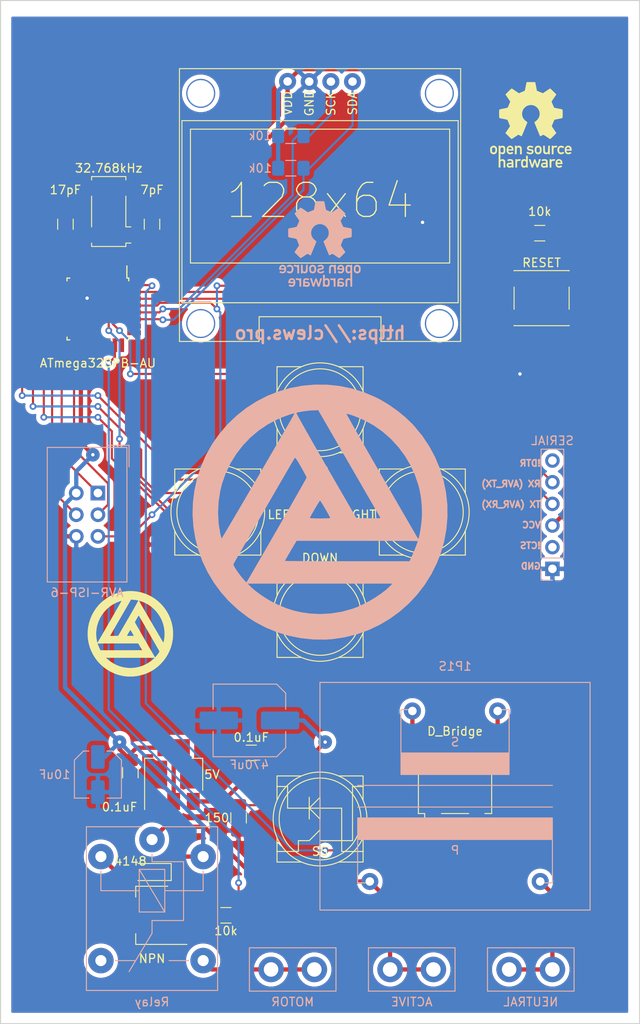
<source format=kicad_pcb>
(kicad_pcb (version 20171130) (host pcbnew 5.1.5+dfsg1-2build2)
  (layers (0 F.Cu signal) (31 B.Cu signal) (34 B.Paste user) (35 F.Paste user) (36 B.SilkS user) (37 F.SilkS user) (38 B.Mask user) (39 F.Mask user) (44 Edge.Cuts user))
  (net 0 "")
  (net 1 "Net-(B1-Pad4)")
  (net 2 "Net-(B1-Pad3)")
  (net 3 GND)
  (net 4 "Net-(B1-Pad1)")
  (net 5 +5V)
  (net 6 "Net-(C5-Pad2)")
  (net 7 "Net-(C6-Pad2)")
  (net 8 "Net-(D1-Pad2)")
  (net 9 !RST)
  (net 10 MOSI)
  (net 11 SCK)
  (net 12 MISO)
  (net 13 "Net-(J2-Pad6)")
  (net 14 AVR_TX)
  (net 15 AVR_RX)
  (net 16 "Net-(J2-Pad2)")
  (net 17 "Net-(K1-Pad11)")
  (net 18 "Net-(K1-Pad12)")
  (net 19 "Net-(K1-Pad14)")
  (net 20 SDA)
  (net 21 SCL)
  (net 22 "Net-(P3-Pad1)")
  (net 23 "Net-(Q1-Pad1)")
  (net 24 "Net-(R4-Pad2)")
  (net 25 RELAY)
  (net 26 "Net-(S1-Pad1)")
  (net 27 "Net-(S2-Pad1)")
  (net 28 "Net-(S3-Pad1)")
  (net 29 "Net-(S4-Pad1)")
  (net 30 "Net-(S5-Pad1)")
  (net 31 "Net-(U1-Pad26)")
  (net 32 "Net-(U1-Pad25)")
  (net 33 "Net-(U1-Pad24)")
  (net 34 "Net-(U1-Pad22)")
  (net 35 "Net-(U1-Pad20)")
  (net 36 "Net-(U1-Pad19)")
  (net 37 "Net-(U1-Pad14)")
  (net 38 "Net-(U1-Pad13)")
  (net 39 "Net-(U1-Pad12)")
  (net 40 "Net-(U1-Pad6)")
  (net 41 "Net-(U1-Pad3)")
  (net 42 "Net-(S5-Pad3)")
  (module grinder_timer:oshw_logo_10mm (layer B.Cu) (at 37.5 -91.44 180)
    (fp_text reference G*** hide)
    (fp_text value LOGO hide)
  )
  (module grinder_timer:oshw_logo_10mm (layer F.Cu) (at 62.23 -105.41)
    (fp_text reference G*** hide)
    (fp_text value LOGO hide)
  )
  (module grinder_timer:clews_logo_10mm (layer F.Cu) (at 15.24 -45.72)
    (fp_text reference G*** hide)
    (fp_text value LOGO hide)
  )
  (module grinder_timer:clews_logo_30mm (layer B.Cu) (at 37.5 -60 180)
    (fp_text reference G*** hide)
    (fp_text value LOGO hide)
  )
  (module Package_QFP:TQFP-32_7x7mm_P0.8mm (layer F.Cu) (at 11.43 -83.82 270)
    (fp_text reference U1 hide)
    (fp_text value ATmega328PB-AU (at 6.35 0 180) (layer F.SilkS))
    (pad 32 smd rect (at -2.8 -4.25) (size 1.6 0.55) (layers F.Cu F.Paste F.Mask) (net 42 "Net-(S5-Pad3)"))
    (pad 31 smd rect (at -2 -4.25) (size 1.6 0.55) (layers F.Cu F.Paste F.Mask) (net 14 AVR_TX))
    (pad 30 smd rect (at -1.2 -4.25) (size 1.6 0.55) (layers F.Cu F.Paste F.Mask) (net 15 AVR_RX))
    (pad 29 smd rect (at -0.4 -4.25) (size 1.6 0.55) (layers F.Cu F.Paste F.Mask) (net 9 !RST))
    (pad 28 smd rect (at 0.4 -4.25) (size 1.6 0.55) (layers F.Cu F.Paste F.Mask) (net 21 SCL))
    (pad 27 smd rect (at 1.2 -4.25) (size 1.6 0.55) (layers F.Cu F.Paste F.Mask) (net 20 SDA))
    (pad 26 smd rect (at 2 -4.25) (size 1.6 0.55) (layers F.Cu F.Paste F.Mask) (net 31 "Net-(U1-Pad26)"))
    (pad 25 smd rect (at 2.8 -4.25) (size 1.6 0.55) (layers F.Cu F.Paste F.Mask) (net 32 "Net-(U1-Pad25)"))
    (pad 24 smd rect (at 4.25 -2.8 270) (size 1.6 0.55) (layers F.Cu F.Paste F.Mask) (net 33 "Net-(U1-Pad24)"))
    (pad 23 smd rect (at 4.25 -2 270) (size 1.6 0.55) (layers F.Cu F.Paste F.Mask) (net 25 RELAY))
    (pad 22 smd rect (at 4.25 -1.2 270) (size 1.6 0.55) (layers F.Cu F.Paste F.Mask) (net 34 "Net-(U1-Pad22)"))
    (pad 21 smd rect (at 4.25 -0.4 270) (size 1.6 0.55) (layers F.Cu F.Paste F.Mask) (net 3 GND))
    (pad 20 smd rect (at 4.25 0.4 270) (size 1.6 0.55) (layers F.Cu F.Paste F.Mask) (net 35 "Net-(U1-Pad20)"))
    (pad 19 smd rect (at 4.25 1.2 270) (size 1.6 0.55) (layers F.Cu F.Paste F.Mask) (net 36 "Net-(U1-Pad19)"))
    (pad 18 smd rect (at 4.25 2 270) (size 1.6 0.55) (layers F.Cu F.Paste F.Mask) (net 5 +5V))
    (pad 17 smd rect (at 4.25 2.8 270) (size 1.6 0.55) (layers F.Cu F.Paste F.Mask) (net 11 SCK))
    (pad 16 smd rect (at 2.8 4.25) (size 1.6 0.55) (layers F.Cu F.Paste F.Mask) (net 12 MISO))
    (pad 15 smd rect (at 2 4.25) (size 1.6 0.55) (layers F.Cu F.Paste F.Mask) (net 10 MOSI))
    (pad 14 smd rect (at 1.2 4.25) (size 1.6 0.55) (layers F.Cu F.Paste F.Mask) (net 37 "Net-(U1-Pad14)"))
    (pad 13 smd rect (at 0.4 4.25) (size 1.6 0.55) (layers F.Cu F.Paste F.Mask) (net 38 "Net-(U1-Pad13)"))
    (pad 12 smd rect (at -0.4 4.25) (size 1.6 0.55) (layers F.Cu F.Paste F.Mask) (net 39 "Net-(U1-Pad12)"))
    (pad 11 smd rect (at -1.2 4.25) (size 1.6 0.55) (layers F.Cu F.Paste F.Mask) (net 30 "Net-(S5-Pad1)"))
    (pad 10 smd rect (at -2 4.25) (size 1.6 0.55) (layers F.Cu F.Paste F.Mask) (net 29 "Net-(S4-Pad1)"))
    (pad 9 smd rect (at -2.8 4.25) (size 1.6 0.55) (layers F.Cu F.Paste F.Mask) (net 28 "Net-(S3-Pad1)"))
    (pad 8 smd rect (at -4.25 2.8 270) (size 1.6 0.55) (layers F.Cu F.Paste F.Mask) (net 7 "Net-(C6-Pad2)"))
    (pad 7 smd rect (at -4.25 2 270) (size 1.6 0.55) (layers F.Cu F.Paste F.Mask) (net 6 "Net-(C5-Pad2)"))
    (pad 6 smd rect (at -4.25 1.2 270) (size 1.6 0.55) (layers F.Cu F.Paste F.Mask) (net 40 "Net-(U1-Pad6)"))
    (pad 5 smd rect (at -4.25 0.4 270) (size 1.6 0.55) (layers F.Cu F.Paste F.Mask) (net 3 GND))
    (pad 4 smd rect (at -4.25 -0.4 270) (size 1.6 0.55) (layers F.Cu F.Paste F.Mask) (net 5 +5V))
    (pad 3 smd rect (at -4.25 -1.2 270) (size 1.6 0.55) (layers F.Cu F.Paste F.Mask) (net 41 "Net-(U1-Pad3)"))
    (pad 2 smd rect (at -4.25 -2 270) (size 1.6 0.55) (layers F.Cu F.Paste F.Mask) (net 27 "Net-(S2-Pad1)"))
    (pad 1 smd rect (at -4.25 -2.8 270) (size 1.6 0.55) (layers F.Cu F.Paste F.Mask) (net 26 "Net-(S1-Pad1)"))
  )
  (module Connector_PinHeader_2.54mm:PinHeader_1x06_P2.54mm_Vertical (layer B.Cu) (at 64.77 -53.34)
    (fp_text reference J2 hide)
    (fp_text value SERIAL (at 0 -15.03) (layer B.SilkS) (effects (justify mirror)))
    (pad 6 thru_hole oval (at 0 -12.7) (size 1.7 1.7) (drill 1) (layers *.Cu *.Mask) (net 13 "Net-(J2-Pad6)"))
    (pad 5 thru_hole oval (at 0 -10.16) (size 1.7 1.7) (drill 1) (layers *.Cu *.Mask) (net 14 AVR_TX))
    (pad 4 thru_hole oval (at 0 -7.62) (size 1.7 1.7) (drill 1) (layers *.Cu *.Mask) (net 15 AVR_RX))
    (pad 3 thru_hole oval (at 0 -5.08) (size 1.7 1.7) (drill 1) (layers *.Cu *.Mask) (net 5 +5V))
    (pad 2 thru_hole oval (at 0 -2.54) (size 1.7 1.7) (drill 1) (layers *.Cu *.Mask) (net 16 "Net-(J2-Pad2)"))
    (pad 1 thru_hole rect (at 0 0) (size 1.7 1.7) (drill 1) (layers *.Cu *.Mask) (net 3 GND))
  )
  (module grinder_timer:transformer_big (layer B.Cu) (at 53.34 -26.67)
    (fp_text reference T1 hide)
    (fp_text value 1P1S (at 0 -15.24) (layer B.SilkS) (effects (justify mirror)))
    (fp_text user S (at 0 -6.35) (layer B.SilkS) (effects (justify mirror)))
    (fp_text user P (at 0 6.35) (layer B.SilkS) (effects (justify mirror)))
    (pad 4 thru_hole circle (at 5 -10) (size 2 2) (drill 1) (layers *.Cu *.Mask) (net 2 "Net-(B1-Pad3)"))
    (pad 3 thru_hole circle (at -5 -10) (size 2 2) (drill 1) (layers *.Cu *.Mask) (net 1 "Net-(B1-Pad4)"))
    (pad 2 thru_hole circle (at 10 10) (size 2 2) (drill 1) (layers *.Cu *.Mask) (net 22 "Net-(P3-Pad1)"))
    (pad 1 thru_hole circle (at -10 10) (size 2 2) (drill 1) (layers *.Cu *.Mask) (net 17 "Net-(K1-Pad11)"))
  )
  (module Relay_THT:Relay_SPDT_Finder_36.11 (layer B.Cu) (at 17.78 -21.59 270)
    (fp_text reference K1 hide)
    (fp_text value Relay (at 19.05 0) (layer B.SilkS) (effects (justify mirror)))
    (pad 11 thru_hole circle (at 0 0 270) (size 3 3) (drill 1.3) (layers *.Cu *.Mask) (net 17 "Net-(K1-Pad11)"))
    (pad A2 thru_hole circle (at 2 6 270) (size 3 3) (drill 1.3) (layers *.Cu *.Mask) (net 8 "Net-(D1-Pad2)"))
    (pad 12 thru_hole circle (at 14.2 6 270) (size 3 3) (drill 1.3) (layers *.Cu *.Mask) (net 18 "Net-(K1-Pad12)"))
    (pad 14 thru_hole circle (at 14.2 -6 270) (size 3 3) (drill 1.3) (layers *.Cu *.Mask) (net 19 "Net-(K1-Pad14)"))
    (pad A1 thru_hole circle (at 2 -6 270) (size 3 3) (drill 1.3) (layers *.Cu *.Mask) (net 5 +5V))
  )
  (module Diode_SMD:Diode_Bridge_Vishay_DFS (layer F.Cu) (at 53.34 -27.94 90)
    (fp_text reference B1 hide)
    (fp_text value D_Bridge (at 6.35 0 180) (layer F.SilkS))
    (pad 4 smd rect (at 4.37 -2.55 90) (size 2 1.5) (layers F.Cu F.Paste F.Mask) (net 1 "Net-(B1-Pad4)"))
    (pad 3 smd rect (at 4.37 2.55 90) (size 2 1.5) (layers F.Cu F.Paste F.Mask) (net 2 "Net-(B1-Pad3)"))
    (pad 2 smd rect (at -4.37 2.55 90) (size 2 1.5) (layers F.Cu F.Paste F.Mask) (net 3 GND))
    (pad 1 smd rect (at -4.37 -2.55 90) (size 2 1.5) (layers F.Cu F.Paste F.Mask) (net 4 "Net-(B1-Pad1)"))
  )
  (module Crystal:Crystal_SMD_Abracon_ABS25-4Pin_8.0x3.8mm (layer F.Cu) (at 12.7 -95.25 180)
    (fp_text reference Y1 hide)
    (fp_text value 32.768kHz (at 0 5.08) (layer F.SilkS))
    (pad 4 smd rect (at 1.6 -2.75 90) (size 1.3 1.9) (layers F.Cu F.Paste F.Mask) (net 7 "Net-(C6-Pad2)"))
    (pad 3 smd rect (at 1.6 2.75 90) (size 1.3 1.9) (layers F.Cu F.Paste F.Mask) (net 3 GND))
    (pad 2 smd rect (at -1.6 2.75 90) (size 1.3 1.9) (layers F.Cu F.Paste F.Mask) (net 3 GND))
    (pad 1 smd rect (at -1.6 -2.75 90) (size 1.3 1.9) (layers F.Cu F.Paste F.Mask) (net 6 "Net-(C5-Pad2)"))
  )
  (module Package_TO_SOT_SMD:SOT-223-3_TabPin2 (layer F.Cu) (at 20.32 -29.21 90)
    (fp_text reference U2 hide)
    (fp_text value 5V (at 0 4.5 180) (layer F.SilkS))
    (pad 1 smd rect (at -3.15 -2.3 90) (size 2 1.5) (layers F.Cu F.Paste F.Mask) (net 3 GND))
    (pad 3 smd rect (at -3.15 2.3 90) (size 2 1.5) (layers F.Cu F.Paste F.Mask) (net 4 "Net-(B1-Pad1)"))
    (pad 2 smd rect (at -3.15 0 90) (size 2 1.5) (layers F.Cu F.Paste F.Mask) (net 5 +5V))
    (pad 2 smd rect (at 3.15 0 90) (size 2 3.8) (layers F.Cu F.Paste F.Mask) (net 5 +5V))
  )
  (module grinder_timer:tact (layer F.Cu) (at 49.5 -60)
    (fp_text reference S4 hide)
    (fp_text value RIGHT (at -7.59 0.31) (layer F.SilkS))
    (pad 1 smd rect (at 6.25 -3.81) (size 2.5 1.2) (layers F.Cu F.Paste F.Mask) (net 29 "Net-(S4-Pad1)"))
    (pad 1 smd rect (at -6.25 -3.81) (size 2.5 1.2) (layers F.Cu F.Paste F.Mask) (net 29 "Net-(S4-Pad1)"))
    (pad 2 smd rect (at 6.25 3.81) (size 2.5 1.2) (layers F.Cu F.Paste F.Mask) (net 3 GND))
    (pad 2 smd rect (at -6.25 3.81) (size 2.5 1.2) (layers F.Cu F.Paste F.Mask) (net 3 GND))
  )
  (module grinder_timer:tact (layer F.Cu) (at 25.5 -60)
    (fp_text reference S3 hide)
    (fp_text value LEFT (at 7.52 0.31) (layer F.SilkS))
    (pad 2 smd rect (at -6.25 3.81) (size 2.5 1.2) (layers F.Cu F.Paste F.Mask) (net 3 GND))
    (pad 2 smd rect (at 6.25 3.81) (size 2.5 1.2) (layers F.Cu F.Paste F.Mask) (net 3 GND))
    (pad 1 smd rect (at -6.25 -3.81) (size 2.5 1.2) (layers F.Cu F.Paste F.Mask) (net 28 "Net-(S3-Pad1)"))
    (pad 1 smd rect (at 6.25 -3.81) (size 2.5 1.2) (layers F.Cu F.Paste F.Mask) (net 28 "Net-(S3-Pad1)"))
  )
  (module grinder_timer:tact (layer F.Cu) (at 37.5 -48)
    (fp_text reference S2 hide)
    (fp_text value DOWN (at 0 -6.61) (layer F.SilkS))
    (pad 1 smd rect (at 6.25 -3.81) (size 2.5 1.2) (layers F.Cu F.Paste F.Mask) (net 27 "Net-(S2-Pad1)"))
    (pad 1 smd rect (at -6.25 -3.81) (size 2.5 1.2) (layers F.Cu F.Paste F.Mask) (net 27 "Net-(S2-Pad1)"))
    (pad 2 smd rect (at 6.25 3.81) (size 2.5 1.2) (layers F.Cu F.Paste F.Mask) (net 3 GND))
    (pad 2 smd rect (at -6.25 3.81) (size 2.5 1.2) (layers F.Cu F.Paste F.Mask) (net 3 GND))
  )
  (module grinder_timer:tact (layer F.Cu) (at 37.5 -72)
    (fp_text reference S1 hide)
    (fp_text value UP (at 0 7.23) (layer F.SilkS))
    (pad 1 smd rect (at 6.25 -3.81) (size 2.5 1.2) (layers F.Cu F.Paste F.Mask) (net 26 "Net-(S1-Pad1)"))
    (pad 1 smd rect (at -6.25 -3.81) (size 2.5 1.2) (layers F.Cu F.Paste F.Mask) (net 26 "Net-(S1-Pad1)"))
    (pad 2 smd rect (at 6.25 3.81) (size 2.5 1.2) (layers F.Cu F.Paste F.Mask) (net 3 GND))
    (pad 2 smd rect (at -6.25 3.81) (size 2.5 1.2) (layers F.Cu F.Paste F.Mask) (net 3 GND))
  )
  (module Button_Switch_SMD:SW_Push_1P1T_NO_6x6mm_H9.5mm (layer F.Cu) (at 63.5 -85.09 180)
    (fp_text reference S0 hide)
    (fp_text value RESET (at 0 4.15) (layer F.SilkS))
    (pad 2 smd rect (at 3.975 2.25 180) (size 1.55 1.3) (layers F.Cu F.Paste F.Mask) (net 9 !RST))
    (pad 1 smd rect (at 3.975 -2.25 180) (size 1.55 1.3) (layers F.Cu F.Paste F.Mask) (net 3 GND))
    (pad 1 smd rect (at -3.975 -2.25 180) (size 1.55 1.3) (layers F.Cu F.Paste F.Mask) (net 3 GND))
    (pad 2 smd rect (at -3.975 2.25 180) (size 1.55 1.3) (layers F.Cu F.Paste F.Mask) (net 9 !RST))
  )
  (module Resistor_SMD:R_1206_3216Metric_Pad1.42x1.75mm_HandSolder (layer F.Cu) (at 26.4525 -12.7)
    (fp_text reference R5 hide)
    (fp_text value 10k (at 0 1.82) (layer F.SilkS))
    (pad 2 smd roundrect (at 1.4875 0) (size 1.425 1.75) (layers F.Cu F.Paste F.Mask) (roundrect_rratio 0.175439) (net 25 RELAY))
    (pad 1 smd roundrect (at -1.4875 0) (size 1.425 1.75) (layers F.Cu F.Paste F.Mask) (roundrect_rratio 0.175439) (net 23 "Net-(Q1-Pad1)"))
  )
  (module Resistor_SMD:R_1206_3216Metric_Pad1.42x1.75mm_HandSolder (layer F.Cu) (at 27.94 -24.13 90)
    (fp_text reference R4 hide)
    (fp_text value 150 (at 0 -2.54 180) (layer F.SilkS))
    (pad 1 smd roundrect (at -1.4875 0 90) (size 1.425 1.75) (layers F.Cu F.Paste F.Mask) (roundrect_rratio 0.175439) (net 3 GND))
    (pad 2 smd roundrect (at 1.4875 0 90) (size 1.425 1.75) (layers F.Cu F.Paste F.Mask) (roundrect_rratio 0.175439) (net 24 "Net-(R4-Pad2)"))
  )
  (module Resistor_SMD:R_1206_3216Metric_Pad1.42x1.75mm_HandSolder (layer F.Cu) (at 63.2825 -92.71)
    (fp_text reference R3 hide)
    (fp_text value 10k (at 0 -2.54) (layer F.SilkS))
    (pad 2 smd roundrect (at 1.4875 0) (size 1.425 1.75) (layers F.Cu F.Paste F.Mask) (roundrect_rratio 0.175439) (net 9 !RST))
    (pad 1 smd roundrect (at -1.4875 0) (size 1.425 1.75) (layers F.Cu F.Paste F.Mask) (roundrect_rratio 0.175439) (net 5 +5V))
  )
  (module Resistor_SMD:R_1206_3216Metric_Pad1.42x1.75mm_HandSolder (layer B.Cu) (at 34.0725 -104.14)
    (fp_text reference R2 hide)
    (fp_text value 10k (at -3.5925 0) (layer B.SilkS) (effects (justify mirror)))
    (pad 2 smd roundrect (at 1.4875 0) (size 1.425 1.75) (layers B.Cu B.Paste B.Mask) (roundrect_rratio 0.175439) (net 21 SCL))
    (pad 1 smd roundrect (at -1.4875 0) (size 1.425 1.75) (layers B.Cu B.Paste B.Mask) (roundrect_rratio 0.175439) (net 5 +5V))
  )
  (module Resistor_SMD:R_1206_3216Metric_Pad1.42x1.75mm_HandSolder (layer B.Cu) (at 34.0725 -100.33)
    (fp_text reference R1 hide)
    (fp_text value 10k (at -3.5925 0) (layer B.SilkS) (effects (justify mirror)))
    (pad 2 smd roundrect (at 1.4875 0) (size 1.425 1.75) (layers B.Cu B.Paste B.Mask) (roundrect_rratio 0.175439) (net 20 SDA))
    (pad 1 smd roundrect (at -1.4875 0) (size 1.425 1.75) (layers B.Cu B.Paste B.Mask) (roundrect_rratio 0.175439) (net 5 +5V))
  )
  (module Package_TO_SOT_SMD:SOT-223-3_TabPin2 (layer F.Cu) (at 17.78 -12.7 180)
    (fp_text reference Q1 hide)
    (fp_text value NPN (at 0 -5.08) (layer F.SilkS))
    (pad 1 smd rect (at -3.15 -2.3 180) (size 2 1.5) (layers F.Cu F.Paste F.Mask) (net 23 "Net-(Q1-Pad1)"))
    (pad 3 smd rect (at -3.15 2.3 180) (size 2 1.5) (layers F.Cu F.Paste F.Mask) (net 3 GND))
    (pad 2 smd rect (at -3.15 0 180) (size 2 1.5) (layers F.Cu F.Paste F.Mask) (net 8 "Net-(D1-Pad2)"))
    (pad 2 smd rect (at 3.15 0 180) (size 2 3.8) (layers F.Cu F.Paste F.Mask) (net 8 "Net-(D1-Pad2)"))
  )
  (module grinder_timer:pcb_tab (layer B.Cu) (at 62.23 -6.35)
    (fp_text reference P3 hide)
    (fp_text value NEUTRAL (at 0 3.81) (layer B.SilkS) (effects (justify mirror)))
    (pad 1 thru_hole circle (at 2.54 0) (size 3 3) (drill 1.7) (layers *.Cu *.Mask) (net 22 "Net-(P3-Pad1)"))
    (pad 1 thru_hole circle (at -2.54 0) (size 3 3) (drill 1.7) (layers *.Cu *.Mask) (net 22 "Net-(P3-Pad1)"))
  )
  (module grinder_timer:pcb_tab (layer B.Cu) (at 48.26 -6.35)
    (fp_text reference P2 hide)
    (fp_text value ACTIVE (at 0 3.81) (layer B.SilkS) (effects (justify mirror)))
    (pad 1 thru_hole circle (at 2.54 0) (size 3 3) (drill 1.7) (layers *.Cu *.Mask) (net 17 "Net-(K1-Pad11)"))
    (pad 1 thru_hole circle (at -2.54 0) (size 3 3) (drill 1.7) (layers *.Cu *.Mask) (net 17 "Net-(K1-Pad11)"))
  )
  (module grinder_timer:pcb_tab (layer B.Cu) (at 34.29 -6.35)
    (fp_text reference P1 hide)
    (fp_text value MOTOR (at 0 3.81) (layer B.SilkS) (effects (justify mirror)))
    (pad 1 thru_hole circle (at -2.54 0) (size 3 3) (drill 1.7) (layers *.Cu *.Mask) (net 19 "Net-(K1-Pad14)"))
    (pad 1 thru_hole circle (at 2.54 0) (size 3 3) (drill 1.7) (layers *.Cu *.Mask) (net 19 "Net-(K1-Pad14)"))
  )
  (module grinder_timer:oled (layer F.Cu) (at 21 -80.01)
    (fp_text reference O1 hide)
    (fp_text value OLED)
    (fp_text user 128x64 (at 16.51 -16.51) (layer F.SilkS) (effects (font (size 4 4))))
    (fp_text user SDA (at 20.32 -27.94 90) (layer F.SilkS))
    (fp_text user SCK (at 17.78 -27.94 90) (layer F.SilkS))
    (fp_text user GND (at 15.24 -27.94 90) (layer F.SilkS))
    (fp_text user VDD (at 12.7 -27.94 90) (layer F.SilkS))
    (pad 4 thru_hole circle (at 20.31 -30.48) (size 2 2) (drill 1) (layers *.Cu *.Mask) (net 20 SDA))
    (pad 3 thru_hole circle (at 17.77 -30.48) (size 2 2) (drill 1) (layers *.Cu *.Mask) (net 21 SCL))
    (pad 2 thru_hole circle (at 15.23 -30.48) (size 2 2) (drill 1) (layers *.Cu *.Mask) (net 3 GND))
    (pad 1 thru_hole circle (at 12.69 -30.5) (size 2 2) (drill 1) (layers *.Cu *.Mask) (net 5 +5V))
    (pad "" thru_hole circle (at 2.5 -29.1) (size 3.4 3.4) (drill 3.1) (layers *.Cu *.Mask))
    (pad "" thru_hole circle (at 30.5 -29.1) (size 3.4 3.4) (drill 3.1) (layers *.Cu *.Mask))
    (pad "" thru_hole circle (at 30.5 -2.1) (size 3.4 3.4) (drill 3.1) (layers *.Cu *.Mask))
    (pad "" thru_hole circle (at 2.5 -2.1) (size 3.4 3.4) (drill 3.1) (layers *.Cu *.Mask))
  )
  (module Connector_IDC:IDC-Header_2x03_P2.54mm_Vertical (layer B.Cu) (at 11.43 -62.23 180)
    (fp_text reference J1 hide)
    (fp_text value AVR-ISP-6 (at 1.27 -11.684) (layer B.SilkS) (effects (justify mirror)))
    (pad 6 thru_hole oval (at 2.54 -5.08 180) (size 1.7272 1.7272) (drill 1.016) (layers *.Cu *.Mask) (net 3 GND))
    (pad 5 thru_hole oval (at 0 -5.08 180) (size 1.7272 1.7272) (drill 1.016) (layers *.Cu *.Mask) (net 9 !RST))
    (pad 4 thru_hole oval (at 2.54 -2.54 180) (size 1.7272 1.7272) (drill 1.016) (layers *.Cu *.Mask) (net 10 MOSI))
    (pad 3 thru_hole oval (at 0 -2.54 180) (size 1.7272 1.7272) (drill 1.016) (layers *.Cu *.Mask) (net 11 SCK))
    (pad 2 thru_hole oval (at 2.54 0 180) (size 1.7272 1.7272) (drill 1.016) (layers *.Cu *.Mask) (net 5 +5V))
    (pad 1 thru_hole rect (at 0 0 180) (size 1.7272 1.7272) (drill 1.016) (layers *.Cu *.Mask) (net 12 MISO))
  )
  (module Diode_SMD:D_SOD-123 (layer F.Cu) (at 17.78 -17.78 180)
    (fp_text reference D1 hide)
    (fp_text value 4148 (at 2.54 1.27) (layer F.SilkS))
    (pad 2 smd rect (at 1.65 0 180) (size 0.9 1.2) (layers F.Cu F.Paste F.Mask) (net 8 "Net-(D1-Pad2)"))
    (pad 1 smd rect (at -1.65 0 180) (size 0.9 1.2) (layers F.Cu F.Paste F.Mask) (net 5 +5V))
  )
  (module Capacitor_SMD:C_1206_3216Metric_Pad1.42x1.75mm_HandSolder (layer F.Cu) (at 7.62 -93.7625 270)
    (fp_text reference C6 hide)
    (fp_text value 17pF (at -4.0275 0 180) (layer F.SilkS))
    (pad 2 smd roundrect (at 1.4875 0 270) (size 1.425 1.75) (layers F.Cu F.Paste F.Mask) (roundrect_rratio 0.175439) (net 7 "Net-(C6-Pad2)"))
    (pad 1 smd roundrect (at -1.4875 0 270) (size 1.425 1.75) (layers F.Cu F.Paste F.Mask) (roundrect_rratio 0.175439) (net 3 GND))
  )
  (module Capacitor_SMD:C_1206_3216Metric_Pad1.42x1.75mm_HandSolder (layer F.Cu) (at 17.78 -93.7625 270)
    (fp_text reference C5 hide)
    (fp_text value 7pF (at -4.0275 0 180) (layer F.SilkS))
    (pad 2 smd roundrect (at 1.4875 0 270) (size 1.425 1.75) (layers F.Cu F.Paste F.Mask) (roundrect_rratio 0.175439) (net 6 "Net-(C5-Pad2)"))
    (pad 1 smd roundrect (at -1.4875 0 270) (size 1.425 1.75) (layers F.Cu F.Paste F.Mask) (roundrect_rratio 0.175439) (net 3 GND))
  )
  (module Capacitor_SMD:C_Elec_5x5.4 (layer B.Cu) (at 11.43 -29.21 270)
    (fp_text reference C4 hide)
    (fp_text value 10uF (at 0 5.08 180) (layer B.SilkS) (effects (justify mirror)))
    (pad 2 smd roundrect (at 2.0625 0 270) (size 2.775 1.6) (layers B.Cu B.Paste B.Mask) (roundrect_rratio 0.15625) (net 3 GND))
    (pad 1 smd roundrect (at -2.0625 0 270) (size 2.775 1.6) (layers B.Cu B.Paste B.Mask) (roundrect_rratio 0.15625) (net 5 +5V))
  )
  (module Capacitor_SMD:C_1206_3216Metric_Pad1.42x1.75mm_HandSolder (layer F.Cu) (at 15.24 -29.4275 270)
    (fp_text reference C3 hide)
    (fp_text value 0.1uF (at 4.0275 1.27 180) (layer F.SilkS))
    (pad 2 smd roundrect (at 1.4875 0 270) (size 1.425 1.75) (layers F.Cu F.Paste F.Mask) (roundrect_rratio 0.175439) (net 3 GND))
    (pad 1 smd roundrect (at -1.4875 0 270) (size 1.425 1.75) (layers F.Cu F.Paste F.Mask) (roundrect_rratio 0.175439) (net 5 +5V))
  )
  (module Capacitor_SMD:C_1206_3216Metric_Pad1.42x1.75mm_HandSolder (layer F.Cu) (at 29.4275 -31.75 180)
    (fp_text reference C2 hide)
    (fp_text value 0.1uF (at 0 1.82) (layer F.SilkS))
    (pad 1 smd roundrect (at -1.4875 0 180) (size 1.425 1.75) (layers F.Cu F.Paste F.Mask) (roundrect_rratio 0.175439) (net 4 "Net-(B1-Pad1)"))
    (pad 2 smd roundrect (at 1.4875 0 180) (size 1.425 1.75) (layers F.Cu F.Paste F.Mask) (roundrect_rratio 0.175439) (net 3 GND))
  )
  (module Capacitor_SMD:C_Elec_8x10.2 (layer B.Cu) (at 29.21 -35.56 180)
    (fp_text reference C1 hide)
    (fp_text value 470uF (at 0 -5.2) (layer B.SilkS) (effects (justify mirror)))
    (pad 2 smd roundrect (at 3.6 0 180) (size 4.5 2.1) (layers B.Cu B.Paste B.Mask) (roundrect_rratio 0.119048) (net 3 GND))
    (pad 1 smd roundrect (at -3.6 0 180) (size 4.5 2.1) (layers B.Cu B.Paste B.Mask) (roundrect_rratio 0.119048) (net 4 "Net-(B1-Pad1)"))
  )
  (module grinder_timer:tact_led (layer F.Cu) (at 37.5 -24)
    (fp_text reference S5 (at 0 3.81) (layer F.SilkS))
    (fp_text value GRIND)
    (pad 4 smd rect (at -6.25 3.81) (size 2.5 1.2) (layers F.Cu F.Paste F.Mask) (net 3 GND))
    (pad 3 smd rect (at 6.25 3.81) (size 2.5 1.2) (layers F.Cu F.Paste F.Mask) (net 42 "Net-(S5-Pad3)"))
    (pad 2 smd rect (at -6.25 -3.81) (size 2.5 1.2) (layers F.Cu F.Paste F.Mask) (net 24 "Net-(R4-Pad2)"))
    (pad 1 smd rect (at 6.25 -3.81) (size 2.5 1.2) (layers F.Cu F.Paste F.Mask) (net 30 "Net-(S5-Pad1)"))
  )
  (gr_text https://clews.pro (at 37.5 -81) (layer B.SilkS) (effects (font (size 1.5 1.5) (thickness 0.3)) (justify mirror)))
  (gr_text "!DTR\n\nRX (AVR_TX)\n\nTX (AVR_RX)\n\nVCC\n\n!CTS\n\nGND" (at 63.5 -59.69) (layer B.SilkS) (effects (font (size 0.75 0.75) (thickness 0.1875)) (justify left mirror)))
  (gr_line (start 0 -120) (end 0 0) (layer Edge.Cuts) (width 0.12))
  (gr_line (start 75 -120) (end 0 -120) (layer Edge.Cuts) (width 0.12))
  (gr_line (start 75 0) (end 75 -120) (layer Edge.Cuts) (width 0.12))
  (gr_line (start 0 0) (end 75 0) (layer Edge.Cuts) (width 0.12))
  (segment (start 49.54 -32.31) (end 50.79 -32.31) (width 0.5) (layer F.Cu) (net 1))
  (segment (start 48.34 -33.51) (end 49.54 -32.31) (width 0.5) (layer F.Cu) (net 1))
  (segment (start 48.34 -36.67) (end 48.34 -33.51) (width 0.5) (layer F.Cu) (net 1))
  (segment (start 57.14 -32.31) (end 55.89 -32.31) (width 0.5) (layer F.Cu) (net 2))
  (segment (start 58.34 -33.51) (end 57.14 -32.31) (width 0.5) (layer F.Cu) (net 2))
  (segment (start 58.34 -36.67) (end 58.34 -33.51) (width 0.5) (layer F.Cu) (net 2))
  (via (at 10.16 -85.09) (size 1.6) (drill 0.4) (layers F.Cu B.Cu) (net 3))
  (segment (start 11.03 -85.96) (end 10.16 -85.09) (width 0.5) (layer F.Cu) (net 3))
  (segment (start 11.03 -88.07) (end 11.03 -85.96) (width 0.5) (layer F.Cu) (net 3))
  (segment (start 11.83 -79.57) (end 11.83 -77.87) (width 0.5) (layer F.Cu) (net 3))
  (via (at 60.96 -76.2) (size 1.6) (drill 0.4) (layers F.Cu B.Cu) (net 3))
  (via (at 49.53 -93.98) (size 1.6) (drill 0.4) (layers F.Cu B.Cu) (net 3))
  (via (at 38.1 -33.02) (size 1.6) (drill 0.4) (layers F.Cu B.Cu) (net 4))
  (segment (start 35.56 -35.56) (end 32.81 -35.56) (width 0.5) (layer B.Cu) (net 4))
  (segment (start 38.1 -33.02) (end 35.56 -35.56) (width 0.5) (layer B.Cu) (net 4))
  (segment (start 36.83 -31.75) (end 38.1 -33.02) (width 0.5) (layer F.Cu) (net 4))
  (segment (start 30.915 -31.75) (end 36.83 -31.75) (width 0.5) (layer F.Cu) (net 4))
  (segment (start 45.01 -23.57) (end 36.83 -31.75) (width 0.5) (layer F.Cu) (net 4))
  (segment (start 50.79 -23.57) (end 45.01 -23.57) (width 0.5) (layer F.Cu) (net 4))
  (segment (start 30.915 -30.875) (end 30.915 -31.75) (width 0.5) (layer F.Cu) (net 4))
  (segment (start 26.1 -26.06) (end 30.915 -30.875) (width 0.5) (layer F.Cu) (net 4))
  (segment (start 22.62 -26.06) (end 26.1 -26.06) (width 0.5) (layer F.Cu) (net 4))
  (segment (start 15.24 -31.6275) (end 15.24 -30.915) (width 0.5) (layer F.Cu) (net 5))
  (segment (start 15.9725 -32.36) (end 15.24 -31.6275) (width 0.5) (layer F.Cu) (net 5))
  (segment (start 20.32 -32.36) (end 15.9725 -32.36) (width 0.5) (layer F.Cu) (net 5))
  (via (at 13.97 -33.02) (size 1.6) (drill 0.4) (layers F.Cu B.Cu) (net 5))
  (segment (start 12.2225 -31.2725) (end 13.97 -33.02) (width 0.5) (layer B.Cu) (net 5))
  (segment (start 11.43 -31.2725) (end 12.2225 -31.2725) (width 0.5) (layer B.Cu) (net 5))
  (segment (start 13.97 -32.185) (end 15.24 -30.915) (width 0.5) (layer F.Cu) (net 5))
  (segment (start 13.97 -33.02) (end 13.97 -32.185) (width 0.5) (layer F.Cu) (net 5))
  (segment (start 23.78 -23.21) (end 13.97 -33.02) (width 0.5) (layer B.Cu) (net 5))
  (segment (start 23.78 -19.59) (end 23.78 -23.21) (width 0.5) (layer B.Cu) (net 5))
  (segment (start 20.32 -27.56) (end 20.32 -32.36) (width 0.5) (layer F.Cu) (net 5))
  (segment (start 20.32 -26.06) (end 20.32 -27.56) (width 0.5) (layer F.Cu) (net 5))
  (segment (start 21.65868 -19.59) (end 23.78 -19.59) (width 0.5) (layer F.Cu) (net 5))
  (segment (start 20.14 -19.59) (end 21.65868 -19.59) (width 0.5) (layer F.Cu) (net 5))
  (segment (start 19.43 -18.88) (end 20.14 -19.59) (width 0.5) (layer F.Cu) (net 5))
  (segment (start 19.43 -17.78) (end 19.43 -18.88) (width 0.5) (layer F.Cu) (net 5))
  (segment (start 11.83 -86.77) (end 11.83 -88.07) (width 0.5) (layer F.Cu) (net 5))
  (segment (start 11.83 -83.27) (end 11.83 -86.77) (width 0.5) (layer F.Cu) (net 5))
  (segment (start 9.43 -80.87) (end 11.83 -83.27) (width 0.5) (layer F.Cu) (net 5))
  (segment (start 9.43 -79.57) (end 9.43 -80.87) (width 0.5) (layer F.Cu) (net 5))
  (segment (start 11.83 -89.37) (end 11.83 -88.07) (width 0.5) (layer F.Cu) (net 5))
  (segment (start 12.63 -90.17) (end 11.83 -89.37) (width 0.5) (layer F.Cu) (net 5))
  (segment (start 17.752466 -90.17) (end 12.63 -90.17) (width 0.5) (layer F.Cu) (net 5))
  (segment (start 33.69 -106.107534) (end 17.752466 -90.17) (width 0.5) (layer F.Cu) (net 5))
  (segment (start 33.69 -110.51) (end 33.69 -106.107534) (width 0.5) (layer F.Cu) (net 5))
  (segment (start 32.585 -100.33) (end 32.585 -104.14) (width 0.5) (layer B.Cu) (net 5))
  (segment (start 32.585 -109.405) (end 33.69 -110.51) (width 0.5) (layer B.Cu) (net 5))
  (segment (start 32.585 -104.14) (end 32.585 -109.405) (width 0.5) (layer B.Cu) (net 5))
  (segment (start 43.439999 -111.940001) (end 61.795 -93.585) (width 0.5) (layer F.Cu) (net 5))
  (segment (start 35.120001 -111.940001) (end 43.439999 -111.940001) (width 0.5) (layer F.Cu) (net 5))
  (segment (start 33.69 -110.51) (end 35.120001 -111.940001) (width 0.5) (layer F.Cu) (net 5))
  (segment (start 13.170001 -33.819999) (end 13.97 -33.02) (width 0.5) (layer B.Cu) (net 5))
  (segment (start 7.576399 -39.413601) (end 13.170001 -33.819999) (width 0.5) (layer B.Cu) (net 5))
  (segment (start 7.576399 -60.916399) (end 7.576399 -39.413601) (width 0.5) (layer B.Cu) (net 5))
  (segment (start 8.89 -62.23) (end 7.576399 -60.916399) (width 0.5) (layer B.Cu) (net 5))
  (via (at 10.841597 -66.721597) (size 1.6) (drill 0.4) (layers F.Cu B.Cu) (net 5))
  (segment (start 8.89 -64.77) (end 10.841597 -66.721597) (width 0.5) (layer B.Cu) (net 5))
  (segment (start 8.89 -62.23) (end 8.89 -64.77) (width 0.5) (layer B.Cu) (net 5))
  (segment (start 9.43 -68.133194) (end 9.43 -79.57) (width 0.5) (layer F.Cu) (net 5))
  (segment (start 10.841597 -66.721597) (end 9.43 -68.133194) (width 0.5) (layer F.Cu) (net 5))
  (segment (start 65.619999 -59.269999) (end 64.77 -58.42) (width 0.5) (layer F.Cu) (net 5))
  (segment (start 68.700001 -90.857465) (end 68.700001 -62.350001) (width 0.5) (layer F.Cu) (net 5))
  (segment (start 65.522456 -94.03501) (end 68.700001 -90.857465) (width 0.5) (layer F.Cu) (net 5))
  (segment (start 61.795 -93.585) (end 62.24501 -94.03501) (width 0.5) (layer F.Cu) (net 5))
  (segment (start 68.700001 -62.350001) (end 65.619999 -59.269999) (width 0.5) (layer F.Cu) (net 5))
  (segment (start 62.24501 -94.03501) (end 65.522456 -94.03501) (width 0.5) (layer F.Cu) (net 5))
  (segment (start 61.795 -92.71) (end 61.795 -93.585) (width 0.5) (layer F.Cu) (net 5))
  (segment (start 14.3 -91.6) (end 14.14 -91.44) (width 0.25) (layer F.Cu) (net 6))
  (segment (start 14.3 -92.5) (end 14.3 -91.6) (width 0.25) (layer F.Cu) (net 6))
  (segment (start 14.14 -91.44) (end 10.16 -91.44) (width 0.25) (layer F.Cu) (net 6))
  (segment (start 9.43 -90.71) (end 9.43 -88.07) (width 0.25) (layer F.Cu) (net 6))
  (segment (start 10.16 -91.44) (end 9.43 -90.71) (width 0.25) (layer F.Cu) (net 6))
  (segment (start 17.555 -92.5) (end 17.78 -92.275) (width 0.25) (layer F.Cu) (net 6))
  (segment (start 14.3 -92.5) (end 17.555 -92.5) (width 0.25) (layer F.Cu) (net 6))
  (segment (start 8.495 -92.275) (end 7.62 -92.275) (width 0.25) (layer F.Cu) (net 7))
  (segment (start 8.63 -92.14) (end 8.495 -92.275) (width 0.25) (layer F.Cu) (net 7))
  (segment (start 8.63 -88.07) (end 8.63 -92.14) (width 0.25) (layer F.Cu) (net 7))
  (segment (start 7.845 -92.5) (end 7.62 -92.275) (width 0.25) (layer F.Cu) (net 7))
  (segment (start 11.1 -92.5) (end 7.845 -92.5) (width 0.25) (layer F.Cu) (net 7))
  (segment (start 14.63 -16.74) (end 11.78 -19.59) (width 0.5) (layer F.Cu) (net 8))
  (segment (start 14.63 -12.7) (end 14.63 -16.74) (width 0.5) (layer F.Cu) (net 8))
  (segment (start 15.18 -17.78) (end 16.13 -17.78) (width 0.5) (layer F.Cu) (net 8))
  (segment (start 14.63 -17.23) (end 15.18 -17.78) (width 0.5) (layer F.Cu) (net 8))
  (segment (start 14.63 -12.7) (end 14.63 -17.23) (width 0.5) (layer F.Cu) (net 8))
  (segment (start 14.63 -12.7) (end 20.93 -12.7) (width 0.5) (layer F.Cu) (net 8))
  (segment (start 59.525 -87.34) (end 67.475 -87.34) (width 0.25) (layer F.Cu) (net 9))
  (via (at 25.4 -83.82) (size 0.8) (drill 0.4) (layers F.Cu B.Cu) (net 9))
  (segment (start 24.674999 -84.545001) (end 25.4 -83.82) (width 0.25) (layer F.Cu) (net 9))
  (segment (start 18.701999 -84.545001) (end 24.674999 -84.545001) (width 0.25) (layer F.Cu) (net 9))
  (segment (start 18.376998 -84.22) (end 18.701999 -84.545001) (width 0.25) (layer F.Cu) (net 9))
  (segment (start 15.68 -84.22) (end 18.376998 -84.22) (width 0.25) (layer F.Cu) (net 9))
  (via (at 25.4 -86.545) (size 0.8) (drill 0.4) (layers F.Cu B.Cu) (net 9))
  (segment (start 25.4 -83.82) (end 25.4 -86.545) (width 0.25) (layer B.Cu) (net 9))
  (segment (start 58.73 -86.545) (end 59.525 -87.34) (width 0.25) (layer F.Cu) (net 9))
  (segment (start 25.4 -86.545) (end 58.73 -86.545) (width 0.25) (layer F.Cu) (net 9))
  (segment (start 66.45 -87.34) (end 67.475 -87.34) (width 0.25) (layer F.Cu) (net 9))
  (segment (start 64.77 -89.02) (end 66.45 -87.34) (width 0.25) (layer F.Cu) (net 9))
  (segment (start 64.77 -92.71) (end 64.77 -89.02) (width 0.25) (layer F.Cu) (net 9))
  (via (at 17.78 -59.69) (size 0.8) (drill 0.4) (layers F.Cu B.Cu) (net 9))
  (segment (start 15.24 -57.15) (end 17.78 -59.69) (width 0.25) (layer F.Cu) (net 9))
  (segment (start 11.43 -57.15) (end 15.24 -57.15) (width 0.25) (layer F.Cu) (net 9))
  (segment (start 25.799999 -67.709999) (end 25.799999 -83.420001) (width 0.25) (layer B.Cu) (net 9))
  (segment (start 17.78 -59.69) (end 25.799999 -67.709999) (width 0.25) (layer B.Cu) (net 9))
  (segment (start 25.799999 -83.420001) (end 25.4 -83.82) (width 0.25) (layer B.Cu) (net 9))
  (segment (start 8.026401 -60.553599) (end 8.89 -59.69) (width 0.25) (layer F.Cu) (net 10))
  (segment (start 6.054999 -62.525001) (end 8.026401 -60.553599) (width 0.25) (layer F.Cu) (net 10))
  (segment (start 6.054999 -81.744999) (end 6.054999 -62.525001) (width 0.25) (layer F.Cu) (net 10))
  (segment (start 6.13 -81.82) (end 6.054999 -81.744999) (width 0.25) (layer F.Cu) (net 10))
  (segment (start 7.18 -81.82) (end 6.13 -81.82) (width 0.25) (layer F.Cu) (net 10))
  (segment (start 12.293599 -60.553599) (end 11.43 -59.69) (width 0.25) (layer F.Cu) (net 11))
  (segment (start 12.618601 -60.878601) (end 12.293599 -60.553599) (width 0.25) (layer F.Cu) (net 11))
  (segment (start 12.618601 -63.353601) (end 12.618601 -60.878601) (width 0.25) (layer F.Cu) (net 11))
  (segment (start 8.63 -67.342202) (end 12.618601 -63.353601) (width 0.25) (layer F.Cu) (net 11))
  (segment (start 8.63 -79.57) (end 8.63 -67.342202) (width 0.25) (layer F.Cu) (net 11))
  (segment (start 7.18 -66.48) (end 11.43 -62.23) (width 0.25) (layer F.Cu) (net 12))
  (segment (start 7.18 -81.02) (end 7.18 -66.48) (width 0.25) (layer F.Cu) (net 12))
  (segment (start 42.45 -85.82) (end 64.77 -63.5) (width 0.25) (layer F.Cu) (net 14))
  (segment (start 15.68 -85.82) (end 42.45 -85.82) (width 0.25) (layer F.Cu) (net 14))
  (segment (start 40.71 -85.02) (end 64.77 -60.96) (width 0.25) (layer F.Cu) (net 15))
  (segment (start 15.68 -85.02) (end 40.71 -85.02) (width 0.25) (layer F.Cu) (net 15))
  (segment (start 43.34 -16.67) (end 30.32 -16.67) (width 0.5) (layer F.Cu) (net 17))
  (segment (start 19.279999 -23.089999) (end 17.78 -21.59) (width 0.5) (layer F.Cu) (net 17))
  (segment (start 23.900001 -23.089999) (end 19.279999 -23.089999) (width 0.5) (layer F.Cu) (net 17))
  (segment (start 30.32 -16.67) (end 23.900001 -23.089999) (width 0.5) (layer F.Cu) (net 17))
  (segment (start 45.72 -6.35) (end 50.8 -6.35) (width 0.5) (layer F.Cu) (net 17))
  (segment (start 45.72 -14.29) (end 43.34 -16.67) (width 0.5) (layer F.Cu) (net 17))
  (segment (start 45.72 -6.35) (end 45.72 -14.29) (width 0.5) (layer F.Cu) (net 17))
  (segment (start 31.75 -6.35) (end 24.82 -6.35) (width 0.5) (layer F.Cu) (net 19))
  (segment (start 24.82 -6.35) (end 23.78 -7.39) (width 0.5) (layer F.Cu) (net 19))
  (segment (start 36.83 -6.35) (end 31.75 -6.35) (width 0.5) (layer F.Cu) (net 19))
  (segment (start 36.2725 -100.33) (end 35.56 -100.33) (width 0.25) (layer B.Cu) (net 20))
  (segment (start 41.31 -105.3675) (end 36.2725 -100.33) (width 0.25) (layer B.Cu) (net 20))
  (segment (start 41.31 -110.49) (end 41.31 -105.3675) (width 0.25) (layer B.Cu) (net 20))
  (via (at 19.05 -82.55) (size 0.8) (drill 0.4) (layers F.Cu B.Cu) (net 20))
  (segment (start 18.98 -82.62) (end 19.05 -82.55) (width 0.25) (layer F.Cu) (net 20))
  (segment (start 15.68 -82.62) (end 18.98 -82.62) (width 0.25) (layer F.Cu) (net 20))
  (segment (start 35.56 -99.455) (end 35.56 -100.33) (width 0.25) (layer B.Cu) (net 20))
  (segment (start 35.56 -97.7929) (end 35.56 -99.455) (width 0.25) (layer B.Cu) (net 20))
  (segment (start 20.3171 -82.55) (end 35.56 -97.7929) (width 0.25) (layer B.Cu) (net 20))
  (segment (start 19.05 -82.55) (end 20.3171 -82.55) (width 0.25) (layer B.Cu) (net 20))
  (segment (start 36.2725 -104.14) (end 35.56 -104.14) (width 0.25) (layer B.Cu) (net 21))
  (segment (start 38.77 -106.6375) (end 36.2725 -104.14) (width 0.25) (layer B.Cu) (net 21))
  (segment (start 38.77 -110.49) (end 38.77 -106.6375) (width 0.25) (layer B.Cu) (net 21))
  (via (at 19.05 -83.82) (size 0.8) (drill 0.4) (layers F.Cu B.Cu) (net 21))
  (segment (start 18.65 -83.42) (end 19.05 -83.82) (width 0.25) (layer F.Cu) (net 21))
  (segment (start 15.68 -83.42) (end 18.65 -83.42) (width 0.25) (layer F.Cu) (net 21))
  (segment (start 20.95069 -83.82) (end 34.29 -97.15931) (width 0.25) (layer B.Cu) (net 21))
  (segment (start 19.05 -83.82) (end 20.95069 -83.82) (width 0.25) (layer B.Cu) (net 21))
  (segment (start 34.8475 -104.14) (end 35.56 -104.14) (width 0.25) (layer B.Cu) (net 21))
  (segment (start 34.29 -103.5825) (end 34.8475 -104.14) (width 0.25) (layer B.Cu) (net 21))
  (segment (start 34.29 -97.15931) (end 34.29 -103.5825) (width 0.25) (layer B.Cu) (net 21))
  (segment (start 59.69 -6.35) (end 64.77 -6.35) (width 0.5) (layer F.Cu) (net 22))
  (segment (start 64.77 -15.24) (end 63.34 -16.67) (width 0.5) (layer F.Cu) (net 22))
  (segment (start 64.77 -6.35) (end 64.77 -15.24) (width 0.5) (layer F.Cu) (net 22))
  (segment (start 24.965 -11.825) (end 24.965 -12.7) (width 0.25) (layer F.Cu) (net 23))
  (segment (start 23.54 -10.4) (end 24.965 -11.825) (width 0.25) (layer F.Cu) (net 23))
  (segment (start 20.93 -10.4) (end 23.54 -10.4) (width 0.25) (layer F.Cu) (net 23))
  (segment (start 28.815 -25.6175) (end 27.94 -25.6175) (width 0.25) (layer F.Cu) (net 24))
  (segment (start 29.9075 -25.6175) (end 28.815 -25.6175) (width 0.25) (layer F.Cu) (net 24))
  (segment (start 31.25 -26.96) (end 29.9075 -25.6175) (width 0.25) (layer F.Cu) (net 24))
  (segment (start 31.25 -27.81) (end 31.25 -26.96) (width 0.25) (layer F.Cu) (net 24))
  (via (at 27.94 -16.51) (size 0.8) (drill 0.4) (layers F.Cu B.Cu) (net 25))
  (segment (start 27.94 -12.7) (end 27.94 -16.51) (width 0.25) (layer F.Cu) (net 25))
  (segment (start 27.94 -16.51) (end 27.94 -21.59) (width 0.25) (layer B.Cu) (net 25))
  (segment (start 27.94 -21.59) (end 14.695001 -34.834999) (width 0.25) (layer B.Cu) (net 25))
  (via (at 12.7 -77.47) (size 0.8) (drill 0.4) (layers F.Cu B.Cu) (net 25))
  (segment (start 12.7 -36.83) (end 12.7 -77.47) (width 0.25) (layer B.Cu) (net 25))
  (segment (start 14.695001 -34.834999) (end 12.7 -36.83) (width 0.25) (layer B.Cu) (net 25))
  (segment (start 13.43 -78.2) (end 13.43 -79.57) (width 0.25) (layer F.Cu) (net 25))
  (segment (start 12.7 -77.47) (end 13.43 -78.2) (width 0.25) (layer F.Cu) (net 25))
  (segment (start 31.25 -75.81) (end 43.75 -75.81) (width 0.25) (layer F.Cu) (net 26))
  (via (at 13.97 -81.28) (size 0.8) (drill 0.4) (layers F.Cu B.Cu) (net 26))
  (via (at 15.24 -76.2) (size 0.8) (drill 0.4) (layers F.Cu B.Cu) (net 26))
  (segment (start 15.24 -80.01) (end 15.24 -76.2) (width 0.25) (layer B.Cu) (net 26))
  (segment (start 13.97 -81.28) (end 15.24 -80.01) (width 0.25) (layer B.Cu) (net 26))
  (segment (start 30.86 -76.2) (end 31.25 -75.81) (width 0.25) (layer F.Cu) (net 26))
  (segment (start 15.24 -76.2) (end 30.86 -76.2) (width 0.25) (layer F.Cu) (net 26))
  (segment (start 13.570001 -81.679999) (end 13.97 -81.28) (width 0.25) (layer F.Cu) (net 26))
  (segment (start 13.15001 -82.09999) (end 13.570001 -81.679999) (width 0.25) (layer F.Cu) (net 26))
  (segment (start 13.15001 -85.77642) (end 13.15001 -82.09999) (width 0.25) (layer F.Cu) (net 26))
  (segment (start 14.23 -86.85641) (end 13.15001 -85.77642) (width 0.25) (layer F.Cu) (net 26))
  (segment (start 14.23 -88.07) (end 14.23 -86.85641) (width 0.25) (layer F.Cu) (net 26))
  (segment (start 43.75 -51.81) (end 31.25 -51.81) (width 0.25) (layer F.Cu) (net 27))
  (segment (start 29.75 -51.81) (end 31.25 -51.81) (width 0.25) (layer F.Cu) (net 27))
  (via (at 12.7 -81.28) (size 0.8) (drill 0.4) (layers F.Cu B.Cu) (net 27))
  (segment (start 13.97 -80.01) (end 13.97 -68.58) (width 0.25) (layer B.Cu) (net 27))
  (via (at 13.97 -68.58) (size 0.8) (drill 0.4) (layers F.Cu B.Cu) (net 27))
  (segment (start 13.97 -68.58) (end 13.97 -66.018588) (width 0.25) (layer F.Cu) (net 27))
  (segment (start 12.7 -81.28) (end 13.97 -80.01) (width 0.25) (layer B.Cu) (net 27))
  (segment (start 12.7 -86.29) (end 12.7 -81.845685) (width 0.25) (layer F.Cu) (net 27))
  (segment (start 13.43 -87.02) (end 12.7 -86.29) (width 0.25) (layer F.Cu) (net 27))
  (segment (start 13.43 -88.07) (end 13.43 -87.02) (width 0.25) (layer F.Cu) (net 27))
  (segment (start 12.7 -81.845685) (end 12.7 -81.28) (width 0.25) (layer F.Cu) (net 27))
  (segment (start 28.178588 -51.81) (end 29.75 -51.81) (width 0.25) (layer F.Cu) (net 27))
  (segment (start 13.97 -66.018588) (end 28.178588 -51.81) (width 0.25) (layer F.Cu) (net 27))
  (segment (start 31.75 -63.81) (end 19.25 -63.81) (width 0.25) (layer F.Cu) (net 28))
  (via (at 2.54 -73.66) (size 0.8) (drill 0.4) (layers F.Cu B.Cu) (net 28))
  (segment (start 2.54 -83.03) (end 2.54 -73.66) (width 0.25) (layer F.Cu) (net 28))
  (segment (start 6.13 -86.62) (end 2.54 -83.03) (width 0.25) (layer F.Cu) (net 28))
  (segment (start 7.18 -86.62) (end 6.13 -86.62) (width 0.25) (layer F.Cu) (net 28))
  (via (at 11.43 -73.66) (size 0.8) (drill 0.4) (layers F.Cu B.Cu) (net 28))
  (segment (start 2.54 -73.66) (end 11.43 -73.66) (width 0.25) (layer B.Cu) (net 28))
  (segment (start 19.25 -65.84) (end 19.25 -63.81) (width 0.25) (layer F.Cu) (net 28))
  (segment (start 11.43 -73.66) (end 19.25 -65.84) (width 0.25) (layer F.Cu) (net 28))
  (segment (start 55.75 -63.81) (end 43.25 -63.81) (width 0.25) (layer F.Cu) (net 29))
  (via (at 3.81 -72.39) (size 0.8) (drill 0.4) (layers F.Cu B.Cu) (net 29))
  (segment (start 6.13 -85.82) (end 3.81 -83.5) (width 0.25) (layer F.Cu) (net 29))
  (segment (start 3.81 -83.5) (end 3.81 -72.39) (width 0.25) (layer F.Cu) (net 29))
  (segment (start 7.18 -85.82) (end 6.13 -85.82) (width 0.25) (layer F.Cu) (net 29))
  (via (at 11.43 -72.39) (size 0.8) (drill 0.4) (layers F.Cu B.Cu) (net 29))
  (segment (start 3.81 -72.39) (end 11.43 -72.39) (width 0.25) (layer B.Cu) (net 29))
  (segment (start 43.25 -62.96) (end 43.25 -63.81) (width 0.25) (layer F.Cu) (net 29))
  (segment (start 42.52 -62.23) (end 43.25 -62.96) (width 0.25) (layer F.Cu) (net 29))
  (segment (start 18.394998 -62.23) (end 42.52 -62.23) (width 0.25) (layer F.Cu) (net 29))
  (segment (start 16.51 -64.114998) (end 18.394998 -62.23) (width 0.25) (layer F.Cu) (net 29))
  (segment (start 16.51 -67.31) (end 16.51 -64.114998) (width 0.25) (layer F.Cu) (net 29))
  (segment (start 11.43 -72.39) (end 16.51 -67.31) (width 0.25) (layer F.Cu) (net 29))
  (via (at 5.08 -71.12) (size 0.8) (drill 0.4) (layers F.Cu B.Cu) (net 30))
  (segment (start 6.13 -85.02) (end 5.08 -83.97) (width 0.25) (layer F.Cu) (net 30))
  (segment (start 5.08 -83.97) (end 5.08 -71.12) (width 0.25) (layer F.Cu) (net 30))
  (segment (start 7.18 -85.02) (end 6.13 -85.02) (width 0.25) (layer F.Cu) (net 30))
  (via (at 11.43 -71.12) (size 0.8) (drill 0.4) (layers F.Cu B.Cu) (net 30))
  (segment (start 5.08 -71.12) (end 11.43 -71.12) (width 0.25) (layer B.Cu) (net 30))
  (segment (start 11.43 -71.12) (end 13.06861 -69.48139) (width 0.25) (layer F.Cu) (net 30))
  (segment (start 43.75 -28.66) (end 43.75 -27.81) (width 0.25) (layer F.Cu) (net 30))
  (segment (start 43.75 -35.602178) (end 43.75 -28.66) (width 0.25) (layer F.Cu) (net 30))
  (segment (start 13.06861 -66.283568) (end 43.75 -35.602178) (width 0.25) (layer F.Cu) (net 30))
  (segment (start 13.06861 -69.48139) (end 13.06861 -66.283568) (width 0.25) (layer F.Cu) (net 30))
  (via (at 17.78 -86.545) (size 0.8) (drill 0.4) (layers F.Cu B.Cu) (net 42))
  (segment (start 17.705 -86.62) (end 17.78 -86.545) (width 0.25) (layer F.Cu) (net 42))
  (segment (start 15.68 -86.62) (end 17.705 -86.62) (width 0.25) (layer F.Cu) (net 42))
  (segment (start 17.054999 -85.819999) (end 17.054999 -37.555001) (width 0.25) (layer B.Cu) (net 42))
  (segment (start 17.78 -86.545) (end 17.054999 -85.819999) (width 0.25) (layer B.Cu) (net 42))
  (via (at 38.1 -20.32) (size 0.8) (drill 0.4) (layers F.Cu B.Cu) (net 42))
  (segment (start 34.29 -20.32) (end 38.1 -20.32) (width 0.25) (layer B.Cu) (net 42))
  (segment (start 17.054999 -37.555001) (end 34.29 -20.32) (width 0.25) (layer B.Cu) (net 42))
  (segment (start 43.62 -20.32) (end 43.75 -20.19) (width 0.25) (layer F.Cu) (net 42))
  (segment (start 38.1 -20.32) (end 43.62 -20.32) (width 0.25) (layer F.Cu) (net 42))
  (zone (net 3) (net_name GND) (layer F.Cu) (connect_pads (clearance 0.508)) (min_thickness 0.254) (fill yes (arc_segments 32) (thermal_gap 0.508) (thermal_bridge_width 0.508))
    (polygon (pts (xy 73.66 -1.27) (xy 1.27 -1.27) (xy 1.27 -118.11) (xy 73.66 -118.11)))
  )
  (zone (net 3) (net_name GND) (layer B.Cu) (connect_pads (clearance 0.508)) (min_thickness 0.254) (fill yes (arc_segments 32) (thermal_gap 0.508) (thermal_bridge_width 0.508))
    (polygon (pts (xy 73.66 -1.27) (xy 1.27 -1.27) (xy 1.27 -118.11) (xy 73.66 -118.11)))
  )
)
</source>
